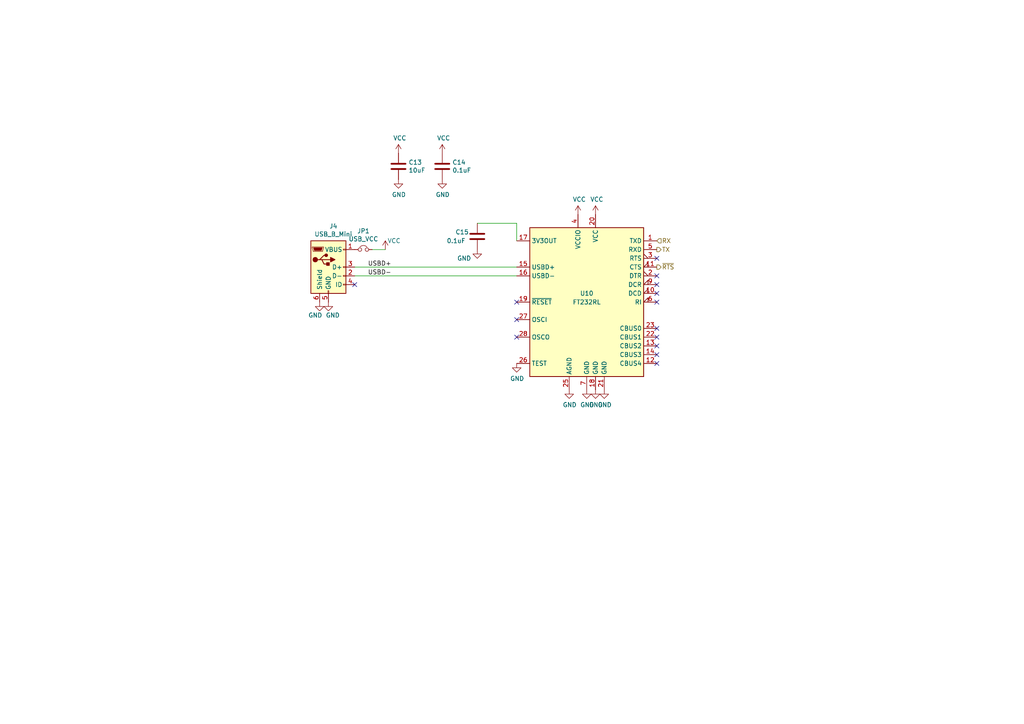
<source format=kicad_sch>
(kicad_sch (version 20211123) (generator eeschema)
  (paper "A4")
  (title_block (title "Hobgoblin Computer") (rev "v1.3") (company "Ilya Strukov"))
  (lib_symbols
    (symbol "Device:C" (pin_numbers hide) (pin_names (offset 0.254))
      (property "Reference" "C" (at 0.635 2.54 0))
      (property "Value" "C" (at 0.635 -2.54 0))
      (symbol "C_0_1"
        (polyline (pts (xy -2.032 -0.762) (xy 2.032 -0.762)) (stroke (width 0.508)))
        (polyline (pts (xy -2.032 0.762) (xy 2.032 0.762)) (stroke (width 0.508)))
      )
      (symbol "C_1_1"
        (pin passive line (at 0 3.81 270) (length 2.794) (name "~") (number "1"))
        (pin passive line (at 0 -3.81 90) (length 2.794) (name "~") (number "2"))
      )
    )
    (symbol "Device:Jumper_NC_Small" (pin_numbers hide) (pin_names (offset 0.762) hide)
      (property "Reference" "JP" (at 0 2.032 0))
      (property "Value" "Device_Jumper_NC_Small" (at 0.254 -1.524 0))
      (symbol "Jumper_NC_Small_0_1"
        (circle (center -1.016 0) (radius 0.508))
        (circle (center 1.016 0) (radius 0.508))
        (arc (start 1.016 0.762) (mid 0 1.1828) (end -1.016 0.762))
        (pin passive line (at -2.54 0 0) (length 1.016) (name "1") (number "1"))
        (pin passive line (at 2.54 0 180) (length 1.016) (name "2") (number "2"))
      )
    )
    (symbol "Interface_USB:FT232RL"
      (property "Reference" "U" (at -16.51 22.86 0))
      (property "Value" "FT232RL" (at 10.16 22.86 0))
      (symbol "FT232RL_0_1"
        (rectangle (start -16.51 21.59) (end 16.51 -21.59) (stroke (width 0.254)) (fill (type background)))
      )
      (symbol "FT232RL_1_1"
        (pin output line (at 20.32 17.78 180) (length 3.81) (name "TXD") (number "1"))
        (pin input input_low (at 20.32 2.54 180) (length 3.81) (name "DCD") (number "10"))
        (pin input input_low (at 20.32 10.16 180) (length 3.81) (name "CTS") (number "11"))
        (pin bidirectional line (at 20.32 -17.78 180) (length 3.81) (name "CBUS4") (number "12"))
        (pin bidirectional line (at 20.32 -12.7 180) (length 3.81) (name "CBUS2") (number "13"))
        (pin bidirectional line (at 20.32 -15.24 180) (length 3.81) (name "CBUS3") (number "14"))
        (pin bidirectional line (at -20.32 10.16 0) (length 3.81) (name "USBD+") (number "15"))
        (pin bidirectional line (at -20.32 7.62 0) (length 3.81) (name "USBD-") (number "16"))
        (pin power_out line (at -20.32 17.78 0) (length 3.81) (name "3V3OUT") (number "17"))
        (pin power_in line (at 2.54 -25.4 90) (length 3.81) (name "GND") (number "18"))
        (pin input line (at -20.32 0 0) (length 3.81) (name "~{RESET}") (number "19"))
        (pin output output_low (at 20.32 7.62 180) (length 3.81) (name "DTR") (number "2"))
        (pin power_in line (at 2.54 25.4 270) (length 3.81) (name "VCC") (number "20"))
        (pin power_in line (at 5.08 -25.4 90) (length 3.81) (name "GND") (number "21"))
        (pin bidirectional line (at 20.32 -10.16 180) (length 3.81) (name "CBUS1") (number "22"))
        (pin bidirectional line (at 20.32 -7.62 180) (length 3.81) (name "CBUS0") (number "23"))
        (pin power_in line (at -5.08 -25.4 90) (length 3.81) (name "AGND") (number "25"))
        (pin input line (at -20.32 -17.78 0) (length 3.81) (name "TEST") (number "26"))
        (pin input line (at -20.32 -5.08 0) (length 3.81) (name "OSCI") (number "27"))
        (pin output line (at -20.32 -10.16 0) (length 3.81) (name "OSCO") (number "28"))
        (pin output output_low (at 20.32 12.7 180) (length 3.81) (name "RTS") (number "3"))
        (pin power_in line (at -2.54 25.4 270) (length 3.81) (name "VCCIO") (number "4"))
        (pin input line (at 20.32 15.24 180) (length 3.81) (name "RXD") (number "5"))
        (pin input input_low (at 20.32 0 180) (length 3.81) (name "RI") (number "6"))
        (pin power_in line (at 0 -25.4 90) (length 3.81) (name "GND") (number "7"))
        (pin input input_low (at 20.32 5.08 180) (length 3.81) (name "DCR") (number "9"))
      )
    )
    (symbol "hobgoblin_v1-rescue:USB_B_Mini-Connector" (pin_names (offset 1.016))
      (property "Reference" "J" (at -5.08 11.43 0))
      (property "Value" "USB_B_Mini-Connector" (at -5.08 8.89 0))
      (symbol "USB_B_Mini-Connector_0_1"
        (rectangle (start -5.08 -7.62) (end 5.08 7.62) (stroke (width 0.254)) (fill (type background)))
        (circle (center -3.81 2.159) (radius 0.635) (stroke (width 0.254)) (fill (type outline)))
        (circle (center -0.635 3.429) (radius 0.381) (stroke (width 0.254)) (fill (type outline)))
        (rectangle (start -0.127 -7.62) (end 0.127 -6.858))
        (polyline (pts (xy -1.905 2.159) (xy 0.635 2.159)) (stroke (width 0.254)))
        (polyline (pts (xy -3.175 2.159) (xy -2.54 2.159) (xy -1.27 3.429) (xy -0.635 3.429)) (stroke (width 0.254)))
        (polyline (pts (xy -2.54 2.159) (xy -1.905 2.159) (xy -1.27 0.889) (xy 0 0.889)) (stroke (width 0.254)))
        (polyline (pts (xy 0.635 2.794) (xy 0.635 1.524) (xy 1.905 2.159) (xy 0.635 2.794)) (stroke (width 0.254)) (fill (type outline)))
        (polyline (pts (xy -4.318 5.588) (xy -1.778 5.588) (xy -2.032 4.826) (xy -4.064 4.826) (xy -4.318 5.588)) (fill (type outline)))
        (polyline (pts (xy -4.699 5.842) (xy -4.699 5.588) (xy -4.445 4.826) (xy -4.445 4.572) (xy -1.651 4.572) (xy -1.651 4.826) (xy -1.397 5.588) (xy -1.397 5.842) (xy -4.699 5.842)))
        (rectangle (start 0.254 1.27) (end -0.508 0.508) (stroke (width 0.254)) (fill (type outline)))
        (rectangle (start 5.08 -5.207) (end 4.318 -4.953))
        (rectangle (start 5.08 -2.667) (end 4.318 -2.413))
        (rectangle (start 5.08 -0.127) (end 4.318 0.127))
        (rectangle (start 5.08 4.953) (end 4.318 5.207))
      )
      (symbol "USB_B_Mini-Connector_1_1"
        (pin power_out line (at 7.62 5.08 180) (length 2.54) (name "VBUS") (number "1"))
        (pin passive line (at 7.62 -2.54 180) (length 2.54) (name "D-") (number "2"))
        (pin passive line (at 7.62 0 180) (length 2.54) (name "D+") (number "3"))
        (pin passive line (at 7.62 -5.08 180) (length 2.54) (name "ID") (number "4"))
        (pin power_out line (at 0 -10.16 90) (length 2.54) (name "GND") (number "5"))
        (pin passive line (at -2.54 -10.16 90) (length 2.54) (name "Shield") (number "6"))
      )
    )
    (symbol "power:GND" (power) (pin_names (offset 0))
      (property "Value" "GND" (at 0 -3.81 0))
      (symbol "GND_0_1"
        (polyline (pts (xy 0 0) (xy 0 -1.27) (xy 1.27 -1.27) (xy 0 -2.54) (xy -1.27 -1.27) (xy 0 -1.27)))
      )
      (symbol "GND_1_1"
        (pin power_in line (at 0 0 270) (length 0) hide (name "GND") (number "1"))
      )
    )
    (symbol "power:VCC" (power) (pin_names (offset 0))
      (property "Value" "VCC" (at 0 3.81 0))
      (symbol "VCC_0_1"
        (polyline (pts (xy -0.762 1.27) (xy 0 2.54)))
        (polyline (pts (xy 0 0) (xy 0 2.54)))
        (polyline (pts (xy 0 2.54) (xy 0.762 1.27)))
      )
      (symbol "VCC_1_1"
        (pin power_in line (at 0 0 90) (length 0) hide (name "VCC") (number "1"))
      )
    )
  )
  (no_connect (at 190.5 87.63))
  (no_connect (at 190.5 74.93))
  (no_connect (at 190.5 97.79))
  (no_connect (at 149.86 87.63))
  (no_connect (at 190.5 100.33))
  (no_connect (at 102.87 82.55))
  (no_connect (at 149.86 92.71))
  (no_connect (at 190.5 102.87))
  (no_connect (at 190.5 85.09))
  (no_connect (at 149.86 97.79))
  (no_connect (at 190.5 82.55))
  (no_connect (at 190.5 80.01))
  (no_connect (at 190.5 95.25))
  (no_connect (at 190.5 105.41))
  (wire (pts (xy 102.87 77.47) (xy 149.86 77.47)))
  (wire (pts (xy 102.87 80.01) (xy 149.86 80.01)))
  (wire (pts (xy 149.86 64.77) (xy 149.86 69.85)))
  (wire (pts (xy 111.76 72.39) (xy 107.95 72.39)))
  (wire (pts (xy 138.43 64.77) (xy 149.86 64.77)))
  (label "USBD-" (at 106.68 80.01 0))
  (label "USBD+" (at 106.68 77.47 0))
  (hierarchical_label "~{RTS}" (shape output) (at 190.5 77.47 0))
  (hierarchical_label "RX" (shape input) (at 190.5 69.85 0))
  (hierarchical_label "TX" (shape output) (at 190.5 72.39 0))
  (symbol (lib_id "hobgoblin_v1-rescue:USB_B_Mini-Connector") (at 95.25 77.47 0) (unit 1)
    (property "Reference" "J4" (at 96.6978 65.6082 0))
    (property "Value" "USB_B_Mini" (at 96.6978 67.9196 0))
    (property "Footprint" "Connector_USB:USB_Mini-B_Lumberg_2486_01_Horizontal" (effects hide))
  )
  (symbol (lib_id "power:VCC") (at 111.76 72.39 0) (unit 1)
    (property "Reference" "#PWR0103" (effects hide))
    (property "Value" "VCC" (at 114.3 69.85 0))
  )
  (symbol (lib_id "Interface_USB:FT232RL") (at 170.18 87.63 0) (unit 1)
    (property "Reference" "U10" (at 170.18 85.09 0))
    (property "Value" "FT232RL" (at 170.18 87.63 0))
    (property "Footprint" "Package_SO:SSOP-28_5.3x10.2mm_P0.65mm" (effects hide))
    (property "Datasheet" "https://www.ftdichip.com/Support/Documents/DataSheets/ICs/DS_FT232R.pdf" (effects hide))
  )
  (symbol (lib_id "power:VCC") (at 167.64 62.23 0) (unit 1)
    (property "Reference" "#PWR063" (effects hide))
    (property "Value" "VCC" (at 168.021 57.8358 0))
  )
  (symbol (lib_id "power:VCC") (at 172.72 62.23 0) (unit 1)
    (property "Reference" "#PWR065" (effects hide))
    (property "Value" "VCC" (at 173.101 57.8358 0))
  )
  (symbol (lib_id "power:GND") (at 175.26 113.03 0) (unit 1)
    (property "Reference" "#PWR067" (effects hide))
    (property "Value" "GND" (at 175.387 117.4242 0))
  )
  (symbol (lib_id "power:GND") (at 172.72 113.03 0) (unit 1)
    (property "Reference" "#PWR066" (effects hide))
    (property "Value" "GND" (at 172.847 117.4242 0))
  )
  (symbol (lib_id "power:GND") (at 170.18 113.03 0) (unit 1)
    (property "Reference" "#PWR064" (effects hide))
    (property "Value" "GND" (at 170.307 117.4242 0))
  )
  (symbol (lib_id "power:GND") (at 165.1 113.03 0) (unit 1)
    (property "Reference" "#PWR062" (effects hide))
    (property "Value" "GND" (at 165.227 117.4242 0))
  )
  (symbol (lib_id "power:GND") (at 149.86 105.41 0) (unit 1)
    (property "Reference" "#PWR061" (effects hide))
    (property "Value" "GND" (at 149.987 109.8042 0))
  )
  (symbol (lib_id "power:GND") (at 95.25 87.63 0) (unit 1)
    (property "Reference" "#PWR055" (effects hide))
    (property "Value" "GND" (at 96.52 91.44 0))
  )
  (symbol (lib_id "power:GND") (at 92.71 87.63 0) (unit 1)
    (property "Reference" "#PWR054" (effects hide))
    (property "Value" "GND" (at 91.44 91.44 0))
  )
  (symbol (lib_id "Device:Jumper_NC_Small") (at 105.41 72.39 0) (unit 1)
    (property "Reference" "JP1" (at 105.41 67.0052 0))
    (property "Value" "USB_VCC" (at 105.41 69.3166 0))
    (property "Footprint" "Connector_PinHeader_2.54mm:PinHeader_1x02_P2.54mm_Vertical" (effects hide))
  )
  (symbol (lib_id "Device:C") (at 138.43 68.58 180) (unit 1)
    (property "Reference" "C15" (at 132.08 67.31 0) (effects (justify right)))
    (property "Value" "0.1uF" (at 129.54 69.85 0) (effects (justify right)))
    (property "Footprint" "Capacitor_THT:C_Disc_D3.8mm_W2.6mm_P2.50mm" (effects hide))
  )
  (symbol (lib_id "power:GND") (at 138.43 72.39 0) (unit 1)
    (property "Reference" "#PWR060" (effects hide))
    (property "Value" "GND" (at 134.62 74.93 0))
  )
  (symbol (lib_id "Device:C") (at 115.57 48.26 0) (unit 1)
    (property "Reference" "C13" (at 118.491 47.0916 0) (effects (justify left)))
    (property "Value" "10uF" (at 118.491 49.403 0) (effects (justify left)))
    (property "Footprint" "Capacitor_THT:CP_Radial_D4.0mm_P1.50mm" (effects hide))
  )
  (symbol (lib_id "power:VCC") (at 115.57 44.45 0) (unit 1)
    (property "Reference" "#PWR056" (effects hide))
    (property "Value" "VCC" (at 115.951 40.0558 0))
  )
  (symbol (lib_id "power:GND") (at 115.57 52.07 0) (unit 1)
    (property "Reference" "#PWR057" (effects hide))
    (property "Value" "GND" (at 115.697 56.4642 0))
  )
  (symbol (lib_id "Device:C") (at 128.27 48.26 0) (unit 1)
    (property "Reference" "C14" (at 131.191 47.0916 0) (effects (justify left)))
    (property "Value" "0.1uF" (at 131.191 49.403 0) (effects (justify left)))
    (property "Footprint" "Capacitor_THT:C_Disc_D3.8mm_W2.6mm_P2.50mm" (effects hide))
  )
  (symbol (lib_id "power:VCC") (at 128.27 44.45 0) (unit 1)
    (property "Reference" "#PWR058" (effects hide))
    (property "Value" "VCC" (at 128.651 40.0558 0))
  )
  (symbol (lib_id "power:GND") (at 128.27 52.07 0) (unit 1)
    (property "Reference" "#PWR059" (effects hide))
    (property "Value" "GND" (at 128.397 56.4642 0))
  )
)
</source>
